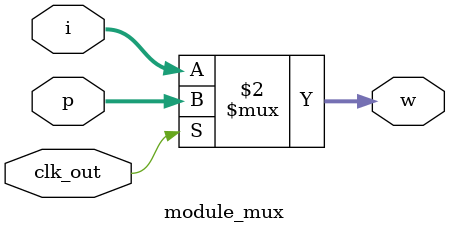
<source format=sv>
`timescale 1ns/1ps

module module_mux(
    input logic clk_out,     // Señal de reloj de 1 kHz (selector)
    input logic [3:0] i,    // Entrada 0 (4 bits)
    input logic [3:0] p,    // Entrada 1 (4 bits)
    output logic [3:0] w    // Salida (4 bits)
);

    always_comb begin
        w = (clk_out) ? p : i; // Si clk_1kHz = 1 -> in1, sino -> in0
    end

endmodule
</source>
